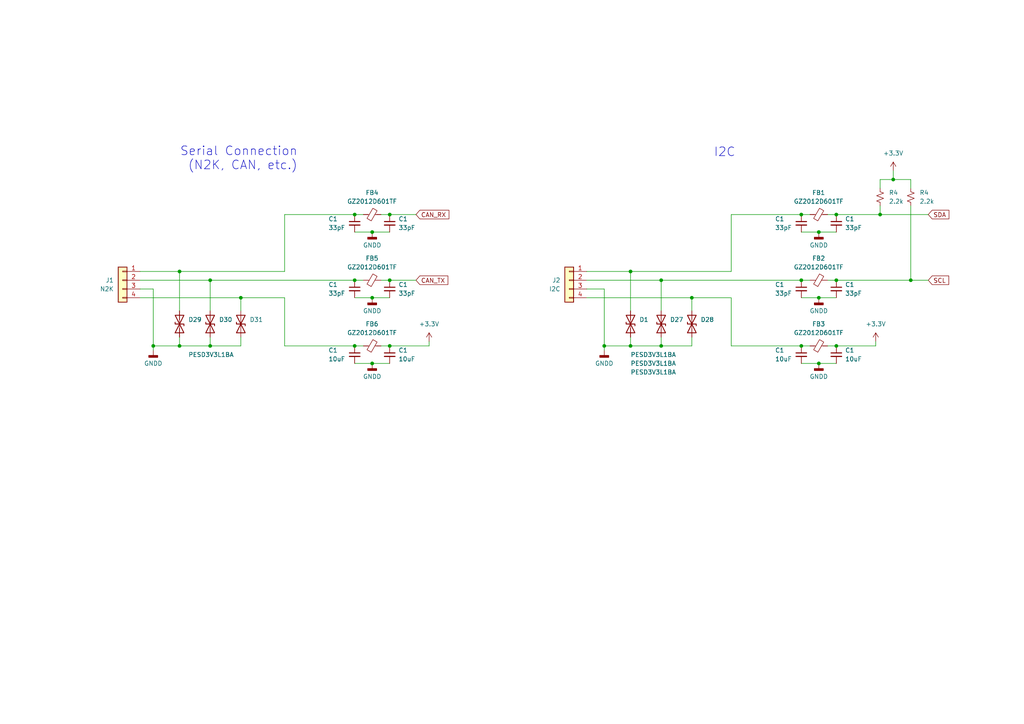
<source format=kicad_sch>
(kicad_sch (version 20230121) (generator eeschema)
  (paper "A4")
  (lib_symbols
    (symbol "Connector_Generic:Conn_01x04" (pin_names (offset 1.016) hide)
      (property "Reference" "J" (at 0 5.08 0))
      (property "Value" "Conn_01x04" (at 0 -7.62 0))
      (symbol "Conn_01x04_1_1"
        (rectangle (start -1.27 -4.953) (end 0 -5.207) (stroke (width 0.1524)))
        (rectangle (start -1.27 -2.413) (end 0 -2.667) (stroke (width 0.1524)))
        (rectangle (start -1.27 0.127) (end 0 -0.127) (stroke (width 0.1524)))
        (rectangle (start -1.27 2.667) (end 0 2.413) (stroke (width 0.1524)))
        (rectangle (start -1.27 3.81) (end 1.27 -6.35) (stroke (width 0.254)) (fill (type background)))
        (pin passive line (at -5.08 2.54 0) (length 3.81) (name "Pin_1") (number "1"))
        (pin passive line (at -5.08 0 0) (length 3.81) (name "Pin_2") (number "2"))
        (pin passive line (at -5.08 -2.54 0) (length 3.81) (name "Pin_3") (number "3"))
        (pin passive line (at -5.08 -5.08 0) (length 3.81) (name "Pin_4") (number "4"))
      )
    )
    (symbol "Device:C_Small" (pin_numbers hide) (pin_names (offset 0.254) hide)
      (property "Reference" "C" (at 0.254 1.778 0))
      (property "Value" "C_Small" (at 0.254 -2.032 0))
      (symbol "C_Small_0_1"
        (polyline (pts (xy -1.524 -0.508) (xy 1.524 -0.508)) (stroke (width 0.3302)))
        (polyline (pts (xy -1.524 0.508) (xy 1.524 0.508)) (stroke (width 0.3048)))
      )
      (symbol "C_Small_1_1"
        (pin passive line (at 0 2.54 270) (length 2.032) (name "~") (number "1"))
        (pin passive line (at 0 -2.54 90) (length 2.032) (name "~") (number "2"))
      )
    )
    (symbol "Device:D_TVS" (pin_numbers hide) (pin_names (offset 1.016) hide)
      (property "Reference" "D" (at 0 2.54 0))
      (property "Value" "D_TVS" (at 0 -2.54 0))
      (symbol "D_TVS_0_1"
        (polyline (pts (xy 1.27 0) (xy -1.27 0)))
        (polyline (pts (xy 0.508 1.27) (xy 0 1.27) (xy 0 -1.27) (xy -0.508 -1.27)) (stroke (width 0.254)))
        (polyline (pts (xy -2.54 1.27) (xy -2.54 -1.27) (xy 2.54 1.27) (xy 2.54 -1.27) (xy -2.54 1.27)) (stroke (width 0.254)))
      )
      (symbol "D_TVS_1_1"
        (pin passive line (at -3.81 0 0) (length 2.54) (name "A1") (number "1"))
        (pin passive line (at 3.81 0 180) (length 2.54) (name "A2") (number "2"))
      )
    )
    (symbol "Device:FerriteBead_Small" (pin_numbers hide) (pin_names (offset 0))
      (property "Reference" "FB" (at 1.905 1.27 0))
      (property "Value" "FerriteBead_Small" (at 1.905 -1.27 0))
      (symbol "FerriteBead_Small_0_1"
        (polyline (pts (xy 0 -1.27) (xy 0 -0.7874)))
        (polyline (pts (xy 0 0.889) (xy 0 1.2954)))
        (polyline (pts (xy -1.8288 0.2794) (xy -1.1176 1.4986) (xy 1.8288 -0.2032) (xy 1.1176 -1.4224) (xy -1.8288 0.2794)))
      )
      (symbol "FerriteBead_Small_1_1"
        (pin passive line (at 0 2.54 270) (length 1.27) (name "~") (number "1"))
        (pin passive line (at 0 -2.54 90) (length 1.27) (name "~") (number "2"))
      )
    )
    (symbol "Device:R_Small_US" (pin_numbers hide) (pin_names (offset 0.254) hide)
      (property "Reference" "R" (at 0.762 0.508 0))
      (property "Value" "R_Small_US" (at 0.762 -1.016 0))
      (symbol "R_Small_US_1_1"
        (polyline (pts (xy 0 0) (xy 1.016 -0.381) (xy 0 -0.762) (xy -1.016 -1.143) (xy 0 -1.524)))
        (polyline (pts (xy 0 1.524) (xy 1.016 1.143) (xy 0 0.762) (xy -1.016 0.381) (xy 0 0)))
        (pin passive line (at 0 2.54 270) (length 1.016) (name "~") (number "1"))
        (pin passive line (at 0 -2.54 90) (length 1.016) (name "~") (number "2"))
      )
    )
    (symbol "power:+3.3V" (power) (pin_names (offset 0))
      (property "Value" "+3.3V" (at 0 3.556 0))
      (symbol "+3.3V_0_1"
        (polyline (pts (xy -0.762 1.27) (xy 0 2.54)))
        (polyline (pts (xy 0 0) (xy 0 2.54)))
        (polyline (pts (xy 0 2.54) (xy 0.762 1.27)))
      )
      (symbol "+3.3V_1_1"
        (pin power_in line (at 0 0 90) (length 0) hide (name "+3.3V") (number "1"))
      )
    )
    (symbol "power:GNDD" (power) (pin_names (offset 0))
      (property "Value" "GNDD" (at 0 -3.175 0))
      (symbol "GNDD_0_1"
        (rectangle (start -1.27 -1.524) (end 1.27 -2.032) (stroke (width 0.254)) (fill (type outline)))
        (polyline (pts (xy 0 0) (xy 0 -1.524)))
      )
      (symbol "GNDD_1_1"
        (pin power_in line (at 0 0 270) (length 0) hide (name "GNDD") (number "1"))
      )
    )
  )
  (junction (at 237.49 67.31))
  (junction (at 69.85 86.36))
  (junction (at 102.87 62.23))
  (junction (at 264.16 81.28))
  (junction (at 44.45 100.33))
  (junction (at 107.95 67.31))
  (junction (at 113.03 100.33))
  (junction (at 60.96 81.28))
  (junction (at 102.87 100.33))
  (junction (at 242.57 62.23))
  (junction (at 182.88 100.33))
  (junction (at 102.87 81.28))
  (junction (at 237.49 105.41))
  (junction (at 237.49 86.36))
  (junction (at 242.57 100.33))
  (junction (at 200.66 86.36))
  (junction (at 255.27 62.23))
  (junction (at 242.57 81.28))
  (junction (at 232.41 62.23))
  (junction (at 60.96 100.33))
  (junction (at 113.03 81.28))
  (junction (at 191.77 100.33))
  (junction (at 52.07 78.74))
  (junction (at 191.77 81.28))
  (junction (at 175.26 100.33))
  (junction (at 113.03 62.23))
  (junction (at 232.41 81.28))
  (junction (at 52.07 100.33))
  (junction (at 182.88 78.74))
  (junction (at 107.95 86.36))
  (junction (at 259.08 52.07))
  (junction (at 107.95 105.41))
  (junction (at 232.41 100.33))
  (wire (pts (xy 113.03 62.23) (xy 120.65 62.23)))
  (wire (pts (xy 191.77 81.28) (xy 232.41 81.28)))
  (wire (pts (xy 212.09 62.23) (xy 232.41 62.23)))
  (wire (pts (xy 232.41 62.23) (xy 234.95 62.23)))
  (wire (pts (xy 60.96 100.33) (xy 69.85 100.33)))
  (wire (pts (xy 191.77 100.33) (xy 191.77 97.79)))
  (wire (pts (xy 40.64 78.74) (xy 52.07 78.74)))
  (wire (pts (xy 232.41 81.28) (xy 234.95 81.28)))
  (wire (pts (xy 40.64 86.36) (xy 69.85 86.36)))
  (wire (pts (xy 242.57 62.23) (xy 255.27 62.23)))
  (wire (pts (xy 259.08 49.53) (xy 259.08 52.07)))
  (wire (pts (xy 170.18 83.82) (xy 175.26 83.82)))
  (wire (pts (xy 242.57 100.33) (xy 254 100.33)))
  (wire (pts (xy 170.18 86.36) (xy 200.66 86.36)))
  (wire (pts (xy 107.95 67.31) (xy 113.03 67.31)))
  (wire (pts (xy 110.49 81.28) (xy 113.03 81.28)))
  (wire (pts (xy 240.03 81.28) (xy 242.57 81.28)))
  (wire (pts (xy 191.77 100.33) (xy 200.66 100.33)))
  (wire (pts (xy 107.95 105.41) (xy 113.03 105.41)))
  (wire (pts (xy 212.09 86.36) (xy 212.09 100.33)))
  (wire (pts (xy 102.87 100.33) (xy 105.41 100.33)))
  (wire (pts (xy 69.85 86.36) (xy 69.85 90.17)))
  (wire (pts (xy 170.18 81.28) (xy 191.77 81.28)))
  (wire (pts (xy 124.46 100.33) (xy 124.46 99.06)))
  (wire (pts (xy 237.49 105.41) (xy 242.57 105.41)))
  (wire (pts (xy 52.07 100.33) (xy 60.96 100.33)))
  (wire (pts (xy 102.87 86.36) (xy 107.95 86.36)))
  (wire (pts (xy 200.66 86.36) (xy 212.09 86.36)))
  (wire (pts (xy 102.87 105.41) (xy 107.95 105.41)))
  (wire (pts (xy 255.27 52.07) (xy 255.27 54.61)))
  (wire (pts (xy 113.03 81.28) (xy 120.65 81.28)))
  (wire (pts (xy 232.41 105.41) (xy 237.49 105.41)))
  (wire (pts (xy 107.95 86.36) (xy 113.03 86.36)))
  (wire (pts (xy 255.27 59.69) (xy 255.27 62.23)))
  (wire (pts (xy 232.41 67.31) (xy 237.49 67.31)))
  (wire (pts (xy 69.85 100.33) (xy 69.85 97.79)))
  (wire (pts (xy 182.88 100.33) (xy 191.77 100.33)))
  (wire (pts (xy 175.26 100.33) (xy 175.26 101.6)))
  (wire (pts (xy 60.96 100.33) (xy 60.96 97.79)))
  (wire (pts (xy 82.55 86.36) (xy 82.55 100.33)))
  (wire (pts (xy 191.77 81.28) (xy 191.77 90.17)))
  (wire (pts (xy 255.27 52.07) (xy 259.08 52.07)))
  (wire (pts (xy 242.57 81.28) (xy 264.16 81.28)))
  (wire (pts (xy 200.66 100.33) (xy 200.66 97.79)))
  (wire (pts (xy 52.07 100.33) (xy 52.07 97.79)))
  (wire (pts (xy 240.03 62.23) (xy 242.57 62.23)))
  (wire (pts (xy 212.09 62.23) (xy 212.09 78.74)))
  (wire (pts (xy 110.49 62.23) (xy 113.03 62.23)))
  (wire (pts (xy 82.55 62.23) (xy 82.55 78.74)))
  (wire (pts (xy 240.03 100.33) (xy 242.57 100.33)))
  (wire (pts (xy 212.09 100.33) (xy 232.41 100.33)))
  (wire (pts (xy 182.88 78.74) (xy 182.88 90.17)))
  (wire (pts (xy 44.45 100.33) (xy 44.45 101.6)))
  (wire (pts (xy 102.87 67.31) (xy 107.95 67.31)))
  (wire (pts (xy 264.16 52.07) (xy 264.16 54.61)))
  (wire (pts (xy 60.96 81.28) (xy 102.87 81.28)))
  (wire (pts (xy 182.88 100.33) (xy 182.88 97.79)))
  (wire (pts (xy 170.18 78.74) (xy 182.88 78.74)))
  (wire (pts (xy 264.16 59.69) (xy 264.16 81.28)))
  (wire (pts (xy 52.07 78.74) (xy 82.55 78.74)))
  (wire (pts (xy 237.49 67.31) (xy 242.57 67.31)))
  (wire (pts (xy 254 100.33) (xy 254 99.06)))
  (wire (pts (xy 110.49 100.33) (xy 113.03 100.33)))
  (wire (pts (xy 200.66 90.17) (xy 200.66 86.36)))
  (wire (pts (xy 237.49 86.36) (xy 242.57 86.36)))
  (wire (pts (xy 44.45 83.82) (xy 44.45 100.33)))
  (wire (pts (xy 82.55 100.33) (xy 102.87 100.33)))
  (wire (pts (xy 232.41 86.36) (xy 237.49 86.36)))
  (wire (pts (xy 255.27 62.23) (xy 269.24 62.23)))
  (wire (pts (xy 60.96 81.28) (xy 60.96 90.17)))
  (wire (pts (xy 40.64 83.82) (xy 44.45 83.82)))
  (wire (pts (xy 102.87 62.23) (xy 105.41 62.23)))
  (wire (pts (xy 175.26 83.82) (xy 175.26 100.33)))
  (wire (pts (xy 52.07 78.74) (xy 52.07 90.17)))
  (wire (pts (xy 113.03 100.33) (xy 124.46 100.33)))
  (wire (pts (xy 264.16 52.07) (xy 259.08 52.07)))
  (wire (pts (xy 175.26 100.33) (xy 182.88 100.33)))
  (wire (pts (xy 102.87 81.28) (xy 105.41 81.28)))
  (wire (pts (xy 82.55 62.23) (xy 102.87 62.23)))
  (wire (pts (xy 264.16 81.28) (xy 269.24 81.28)))
  (wire (pts (xy 44.45 100.33) (xy 52.07 100.33)))
  (wire (pts (xy 69.85 86.36) (xy 82.55 86.36)))
  (wire (pts (xy 40.64 81.28) (xy 60.96 81.28)))
  (wire (pts (xy 232.41 100.33) (xy 234.95 100.33)))
  (wire (pts (xy 212.09 78.74) (xy 182.88 78.74)))
  (text "Serial Connection\n(N2K, CAN, etc.)" (at 86.36 49.53 0) (effects (font (size 2.54 2.54)) (justify right bottom)))
  (text "I2C" (at 213.36 45.72 0) (effects (font (size 2.54 2.54)) (justify right bottom)))
  (global_label "CAN_TX" (shape input) (at 120.65 81.28 0) (property "Intersheetrefs" "${INTERSHEET_REFS}" (effects hide)))
  (global_label "SCL" (shape input) (at 269.24 81.28 0) (property "Intersheetrefs" "${INTERSHEET_REFS}" (effects hide)))
  (global_label "SDA" (shape input) (at 269.24 62.23 0) (property "Intersheetrefs" "${INTERSHEET_REFS}" (effects hide)))
  (global_label "CAN_RX" (shape input) (at 120.65 62.23 0) (property "Intersheetrefs" "${INTERSHEET_REFS}" (effects hide)))
  (symbol (lib_id "power:GNDD") (at 107.95 67.31 0) (mirror y) (unit 1)
    (property "Reference" "#PWR054" (effects hide))
    (property "Value" "GNDD" (at 107.95 71.12 0))
    (instances (project "8ch-mosfet" (path "" (reference "#PWR054") (unit 1)) (path "" (reference "#PWR078") (unit 1))))
  )
  (symbol (lib_id "power:GNDD") (at 237.49 67.31 0) (mirror y) (unit 1)
    (property "Reference" "#PWR054" (effects hide))
    (property "Value" "GNDD" (at 237.49 71.12 0))
    (instances (project "8ch-mosfet" (path "" (reference "#PWR054") (unit 1)) (path "" (reference "#PWR073") (unit 1))))
  )
  (symbol (lib_id "Device:C_Small") (at 102.87 83.82 0) (unit 1)
    (property "Reference" "C1" (at 95.25 82.55 0) (effects (justify left)))
    (property "Value" "33pF" (at 95.25 85.09 0) (effects (justify left)))
    (property "Footprint" "Capacitor_SMD:C_0805_2012Metric_Pad1.18x1.45mm_HandSolder" (effects hide))
    (property "Vendor" "08053C104KAT4A" (effects hide))
    (instances (project "8ch-mosfet" (path "" (reference "C1") (unit 1)) (path "" (reference "C38") (unit 1))))
  )
  (symbol (lib_id "Device:C_Small") (at 242.57 64.77 0) (unit 1)
    (property "Reference" "C1" (at 245.11 63.5063 0) (effects (justify left)))
    (property "Value" "33pF" (at 245.11 66.0463 0) (effects (justify left)))
    (property "Footprint" "Capacitor_SMD:C_0805_2012Metric_Pad1.18x1.45mm_HandSolder" (effects hide))
    (instances (project "8ch-mosfet" (path "" (reference "C1") (unit 1)) (path "" (reference "C32") (unit 1))))
  )
  (symbol (lib_id "Device:D_TVS") (at 60.96 93.98 90) (unit 1)
    (property "Reference" "D30" (at 63.5 92.71 90) (effects (justify right)))
    (property "Value" "PESD3V3L1BA" (effects hide))
    (property "Footprint" "Diode_SMD:D_SOD-323_HandSoldering" (effects hide))
  )
  (symbol (lib_id "Device:C_Small") (at 102.87 64.77 0) (unit 1)
    (property "Reference" "C1" (at 95.25 63.5 0) (effects (justify left)))
    (property "Value" "33pF" (at 95.25 66.04 0) (effects (justify left)))
    (property "Footprint" "Capacitor_SMD:C_0805_2012Metric_Pad1.18x1.45mm_HandSolder" (effects hide))
    (instances (project "8ch-mosfet" (path "" (reference "C1") (unit 1)) (path "" (reference "C37") (unit 1))))
  )
  (symbol (lib_id "Device:C_Small") (at 242.57 102.87 0) (unit 1)
    (property "Reference" "C1" (at 245.11 101.6063 0) (effects (justify left)))
    (property "Value" "10uF" (at 245.11 104.1463 0) (effects (justify left)))
    (property "Footprint" "Capacitor_SMD:C_0805_2012Metric_Pad1.18x1.45mm_HandSolder" (effects hide))
    (property "Vendor" "08053C104KAT4A" (effects hide))
    (instances (project "8ch-mosfet" (path "" (reference "C1") (unit 1)) (path "" (reference "C36") (unit 1))))
  )
  (symbol (lib_id "Device:D_TVS") (at 52.07 93.98 90) (unit 1)
    (property "Reference" "D29" (at 54.61 92.71 90) (effects (justify right)))
    (property "Value" "PESD3V3L1BA" (at 54.61 102.87 90) (effects (justify right)))
    (property "Footprint" "Diode_SMD:D_SOD-323_HandSoldering" (effects hide))
  )
  (symbol (lib_id "Connector_Generic:Conn_01x04") (at 35.56 81.28 0) (mirror y) (unit 1)
    (property "Reference" "J1" (at 33.02 81.28 0) (effects (justify left)))
    (property "Value" "N2K" (at 33.02 83.82 0) (effects (justify left)))
    (property "Footprint" "Connector_PinHeader_2.54mm:PinHeader_1x04_P2.54mm_Vertical" (effects hide))
    (instances (project "8ch-mosfet" (path "" (reference "J1") (unit 1)) (path "" (reference "J14") (unit 1))))
  )
  (symbol (lib_id "Device:D_TVS") (at 200.66 93.98 90) (unit 1)
    (property "Reference" "D28" (at 203.2 92.71 90) (effects (justify right)))
    (property "Value" "PESD3V3L1BA" (at 182.88 107.95 90) (effects (justify right)))
    (property "Footprint" "Diode_SMD:D_SOD-323_HandSoldering" (effects hide))
  )
  (symbol (lib_id "power:GNDD") (at 107.95 105.41 0) (mirror y) (unit 1)
    (property "Reference" "#PWR054" (effects hide))
    (property "Value" "GNDD" (at 107.95 109.22 0))
    (instances (project "8ch-mosfet" (path "" (reference "#PWR054") (unit 1)) (path "" (reference "#PWR080") (unit 1))))
  )
  (symbol (lib_id "Device:D_TVS") (at 182.88 93.98 90) (unit 1)
    (property "Reference" "D1" (at 185.42 92.71 90) (effects (justify right)))
    (property "Value" "PESD3V3L1BA" (at 182.88 102.87 90) (effects (justify right)))
    (property "Footprint" "Diode_SMD:D_SOD-323_HandSoldering" (effects hide))
  )
  (symbol (lib_id "Device:C_Small") (at 242.57 83.82 0) (unit 1)
    (property "Reference" "C1" (at 245.11 82.5563 0) (effects (justify left)))
    (property "Value" "33pF" (at 245.11 85.0963 0) (effects (justify left)))
    (property "Footprint" "Capacitor_SMD:C_0805_2012Metric_Pad1.18x1.45mm_HandSolder" (effects hide))
    (property "Vendor" "08053C104KAT4A" (effects hide))
    (instances (project "8ch-mosfet" (path "" (reference "C1") (unit 1)) (path "" (reference "C34") (unit 1))))
  )
  (symbol (lib_id "Device:FerriteBead_Small") (at 237.49 62.23 90) (unit 1)
    (property "Reference" "FB1" (at 237.4519 55.88 90))
    (property "Value" "GZ2012D601TF" (at 237.4519 58.42 90))
    (property "Footprint" "Inductor_SMD:L_0805_2012Metric" (effects hide))
  )
  (symbol (lib_id "Device:FerriteBead_Small") (at 107.95 81.28 90) (unit 1)
    (property "Reference" "FB5" (at 107.9119 74.93 90))
    (property "Value" "GZ2012D601TF" (at 107.9119 77.47 90))
    (property "Footprint" "Inductor_SMD:L_0805_2012Metric" (effects hide))
  )
  (symbol (lib_id "power:+3.3V") (at 259.08 49.53 0) (mirror y) (unit 1)
    (property "Reference" "#PWR060" (effects hide))
    (property "Value" "+3.3V" (at 259.08 44.45 0))
    (instances (project "8ch-mosfet" (path "" (reference "#PWR060") (unit 1)) (path "" (reference "#PWR054") (unit 1))))
  )
  (symbol (lib_id "Device:C_Small") (at 102.87 102.87 0) (unit 1)
    (property "Reference" "C1" (at 95.25 101.6 0) (effects (justify left)))
    (property "Value" "10uF" (at 95.25 104.14 0) (effects (justify left)))
    (property "Footprint" "Capacitor_SMD:C_0805_2012Metric_Pad1.18x1.45mm_HandSolder" (effects hide))
    (property "Vendor" "08053C104KAT4A" (effects hide))
    (instances (project "8ch-mosfet" (path "" (reference "C1") (unit 1)) (path "" (reference "C39") (unit 1))))
  )
  (symbol (lib_id "power:GNDD") (at 237.49 105.41 0) (mirror y) (unit 1)
    (property "Reference" "#PWR054" (effects hide))
    (property "Value" "GNDD" (at 237.49 109.22 0))
    (instances (project "8ch-mosfet" (path "" (reference "#PWR054") (unit 1)) (path "" (reference "#PWR075") (unit 1))))
  )
  (symbol (lib_id "power:GNDD") (at 44.45 101.6 0) (mirror y) (unit 1)
    (property "Reference" "#PWR054" (effects hide))
    (property "Value" "GNDD" (at 44.45 105.41 0))
    (instances (project "8ch-mosfet" (path "" (reference "#PWR054") (unit 1)) (path "" (reference "#PWR062") (unit 1))))
  )
  (symbol (lib_id "Connector_Generic:Conn_01x04") (at 165.1 81.28 0) (mirror y) (unit 1)
    (property "Reference" "J2" (at 162.56 81.28 0) (effects (justify left)))
    (property "Value" "I2C" (at 162.56 83.82 0) (effects (justify left)))
    (property "Footprint" "Connector_PinHeader_2.54mm:PinHeader_1x04_P2.54mm_Vertical" (effects hide))
    (instances (project "8ch-mosfet" (path "" (reference "J2") (unit 1)) (path "" (reference "J13") (unit 1))))
  )
  (symbol (lib_id "power:GNDD") (at 107.95 86.36 0) (mirror y) (unit 1)
    (property "Reference" "#PWR054" (effects hide))
    (property "Value" "GNDD" (at 107.95 90.17 0))
    (instances (project "8ch-mosfet" (path "" (reference "#PWR054") (unit 1)) (path "" (reference "#PWR079") (unit 1))))
  )
  (symbol (lib_id "Device:FerriteBead_Small") (at 237.49 81.28 90) (unit 1)
    (property "Reference" "FB2" (at 237.4519 74.93 90))
    (property "Value" "GZ2012D601TF" (at 237.4519 77.47 90))
    (property "Footprint" "Inductor_SMD:L_0805_2012Metric" (effects hide))
  )
  (symbol (lib_id "power:+3.3V") (at 254 99.06 0) (mirror y) (unit 1)
    (property "Reference" "#PWR060" (effects hide))
    (property "Value" "+3.3V" (at 254 93.98 0))
    (instances (project "8ch-mosfet" (path "" (reference "#PWR060") (unit 1)) (path "" (reference "#PWR076") (unit 1))))
  )
  (symbol (lib_id "Device:R_Small_US") (at 264.16 57.15 180) (unit 1)
    (property "Reference" "R4" (at 266.7 55.88 0) (effects (justify right)))
    (property "Value" "2.2k" (at 266.7 58.42 0) (effects (justify right)))
    (property "Footprint" "Resistor_SMD:R_0805_2012Metric_Pad1.20x1.40mm_HandSolder" (effects hide))
    (instances (project "8ch-mosfet" (path "" (reference "R4") (unit 1)) (path "" (reference "R3") (unit 1)) (path "" (reference "R7") (unit 1)) (path "" (reference "R11") (unit 1)) (path "" (reference "R15") (unit 1)) (path "" (reference "R19") (unit 1)) (path "" (reference "R23") (unit 1)) (path "" (reference "R27") (unit 1)) (path "" (reference "R31") (unit 1)) (path "" (reference "R42") (unit 1))))
  )
  (symbol (lib_id "power:GNDD") (at 237.49 86.36 0) (mirror y) (unit 1)
    (property "Reference" "#PWR054" (effects hide))
    (property "Value" "GNDD" (at 237.49 90.17 0))
    (instances (project "8ch-mosfet" (path "" (reference "#PWR054") (unit 1)) (path "" (reference "#PWR074") (unit 1))))
  )
  (symbol (lib_id "power:GNDD") (at 175.26 101.6 0) (mirror y) (unit 1)
    (property "Reference" "#PWR054" (effects hide))
    (property "Value" "GNDD" (at 175.26 105.41 0))
    (instances (project "8ch-mosfet" (path "" (reference "#PWR054") (unit 1)) (path "" (reference "#PWR061") (unit 1))))
  )
  (symbol (lib_id "Device:C_Small") (at 113.03 64.77 0) (unit 1)
    (property "Reference" "C1" (at 115.57 63.5063 0) (effects (justify left)))
    (property "Value" "33pF" (at 115.57 66.0463 0) (effects (justify left)))
    (property "Footprint" "Capacitor_SMD:C_0805_2012Metric_Pad1.18x1.45mm_HandSolder" (effects hide))
    (instances (project "8ch-mosfet" (path "" (reference "C1") (unit 1)) (path "" (reference "C40") (unit 1))))
  )
  (symbol (lib_id "Device:R_Small_US") (at 255.27 57.15 180) (unit 1)
    (property "Reference" "R4" (at 257.81 55.88 0) (effects (justify right)))
    (property "Value" "2.2k" (at 257.81 58.42 0) (effects (justify right)))
    (property "Footprint" "Resistor_SMD:R_0805_2012Metric_Pad1.20x1.40mm_HandSolder" (effects hide))
    (instances (project "8ch-mosfet" (path "" (reference "R4") (unit 1)) (path "" (reference "R3") (unit 1)) (path "" (reference "R7") (unit 1)) (path "" (reference "R11") (unit 1)) (path "" (reference "R15") (unit 1)) (path "" (reference "R19") (unit 1)) (path "" (reference "R23") (unit 1)) (path "" (reference "R27") (unit 1)) (path "" (reference "R31") (unit 1)) (path "" (reference "R40") (unit 1))))
  )
  (symbol (lib_id "Device:FerriteBead_Small") (at 107.95 100.33 90) (unit 1)
    (property "Reference" "FB6" (at 107.9119 93.98 90))
    (property "Value" "GZ2012D601TF" (at 107.9119 96.52 90))
    (property "Footprint" "Inductor_SMD:L_0805_2012Metric" (effects hide))
  )
  (symbol (lib_id "Device:FerriteBead_Small") (at 237.49 100.33 90) (unit 1)
    (property "Reference" "FB3" (at 237.4519 93.98 90))
    (property "Value" "GZ2012D601TF" (at 237.4519 96.52 90))
    (property "Footprint" "Inductor_SMD:L_0805_2012Metric" (effects hide))
  )
  (symbol (lib_id "Device:C_Small") (at 232.41 64.77 0) (unit 1)
    (property "Reference" "C1" (at 224.79 63.5 0) (effects (justify left)))
    (property "Value" "33pF" (at 224.79 66.04 0) (effects (justify left)))
    (property "Footprint" "Capacitor_SMD:C_0805_2012Metric_Pad1.18x1.45mm_HandSolder" (effects hide))
    (instances (project "8ch-mosfet" (path "" (reference "C1") (unit 1)) (path "" (reference "C31") (unit 1))))
  )
  (symbol (lib_id "Device:D_TVS") (at 191.77 93.98 90) (unit 1)
    (property "Reference" "D27" (at 194.31 92.71 90) (effects (justify right)))
    (property "Value" "PESD3V3L1BA" (at 182.88 105.41 90) (effects (justify right)))
    (property "Footprint" "Diode_SMD:D_SOD-323_HandSoldering" (effects hide))
  )
  (symbol (lib_id "Device:C_Small") (at 113.03 83.82 0) (unit 1)
    (property "Reference" "C1" (at 115.57 82.5563 0) (effects (justify left)))
    (property "Value" "33pF" (at 115.57 85.0963 0) (effects (justify left)))
    (property "Footprint" "Capacitor_SMD:C_0805_2012Metric_Pad1.18x1.45mm_HandSolder" (effects hide))
    (property "Vendor" "08053C104KAT4A" (effects hide))
    (instances (project "8ch-mosfet" (path "" (reference "C1") (unit 1)) (path "" (reference "C41") (unit 1))))
  )
  (symbol (lib_id "power:+3.3V") (at 124.46 99.06 0) (mirror y) (unit 1)
    (property "Reference" "#PWR060" (effects hide))
    (property "Value" "+3.3V" (at 124.46 93.98 0))
    (instances (project "8ch-mosfet" (path "" (reference "#PWR060") (unit 1)) (path "" (reference "#PWR081") (unit 1))))
  )
  (symbol (lib_id "Device:C_Small") (at 113.03 102.87 0) (unit 1)
    (property "Reference" "C1" (at 115.57 101.6063 0) (effects (justify left)))
    (property "Value" "10uF" (at 115.57 104.1463 0) (effects (justify left)))
    (property "Footprint" "Capacitor_SMD:C_0805_2012Metric_Pad1.18x1.45mm_HandSolder" (effects hide))
    (property "Vendor" "08053C104KAT4A" (effects hide))
    (instances (project "8ch-mosfet" (path "" (reference "C1") (unit 1)) (path "" (reference "C42") (unit 1))))
  )
  (symbol (lib_id "Device:C_Small") (at 232.41 102.87 0) (unit 1)
    (property "Reference" "C1" (at 224.79 101.6 0) (effects (justify left)))
    (property "Value" "10uF" (at 224.79 104.14 0) (effects (justify left)))
    (property "Footprint" "Capacitor_SMD:C_0805_2012Metric_Pad1.18x1.45mm_HandSolder" (effects hide))
    (property "Vendor" "08053C104KAT4A" (effects hide))
    (instances (project "8ch-mosfet" (path "" (reference "C1") (unit 1)) (path "" (reference "C35") (unit 1))))
  )
  (symbol (lib_id "Device:D_TVS") (at 69.85 93.98 90) (unit 1)
    (property "Reference" "D31" (at 72.39 92.71 90) (effects (justify right)))
    (property "Value" "PESD3V3L1BA" (effects hide))
    (property "Footprint" "Diode_SMD:D_SOD-323_HandSoldering" (effects hide))
  )
  (symbol (lib_id "Device:C_Small") (at 232.41 83.82 0) (unit 1)
    (property "Reference" "C1" (at 224.79 82.55 0) (effects (justify left)))
    (property "Value" "33pF" (at 224.79 85.09 0) (effects (justify left)))
    (property "Footprint" "Capacitor_SMD:C_0805_2012Metric_Pad1.18x1.45mm_HandSolder" (effects hide))
    (property "Vendor" "08053C104KAT4A" (effects hide))
    (instances (project "8ch-mosfet" (path "" (reference "C1") (unit 1)) (path "" (reference "C33") (unit 1))))
  )
  (symbol (lib_id "Device:FerriteBead_Small") (at 107.95 62.23 90) (unit 1)
    (property "Reference" "FB4" (at 107.9119 55.88 90))
    (property "Value" "GZ2012D601TF" (at 107.9119 58.42 90))
    (property "Footprint" "Inductor_SMD:L_0805_2012Metric" (effects hide))
  )
)
</source>
